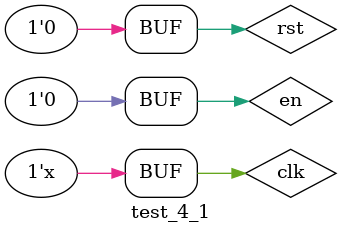
<source format=v>
module test_4_1;
reg clk, rst,en,dir;
wire[3:0]digit;
wire[6:0]display;
wire max,min;
 lab4_1 test(
 .clk(clk),
 .rst(rst),
 .en(en),
 .dir(dir),
 .DIGIT(digit) ,
 .DISPLAY(display),
 .max(max),
 .min(min)
);

reg sth;

always #5 clk = ~clk;

initial begin
    clk = 0;
    en = 0;
   // dir = 0;
    rst =0;
    #66
    rst =1;
    #50
    rst =0;
    //dir =1;
    #78
   // dir =0;
    en = 1;
    //dir = 1;
    #686
    en =0;
    //dir =0; 
end

endmodule
</source>
